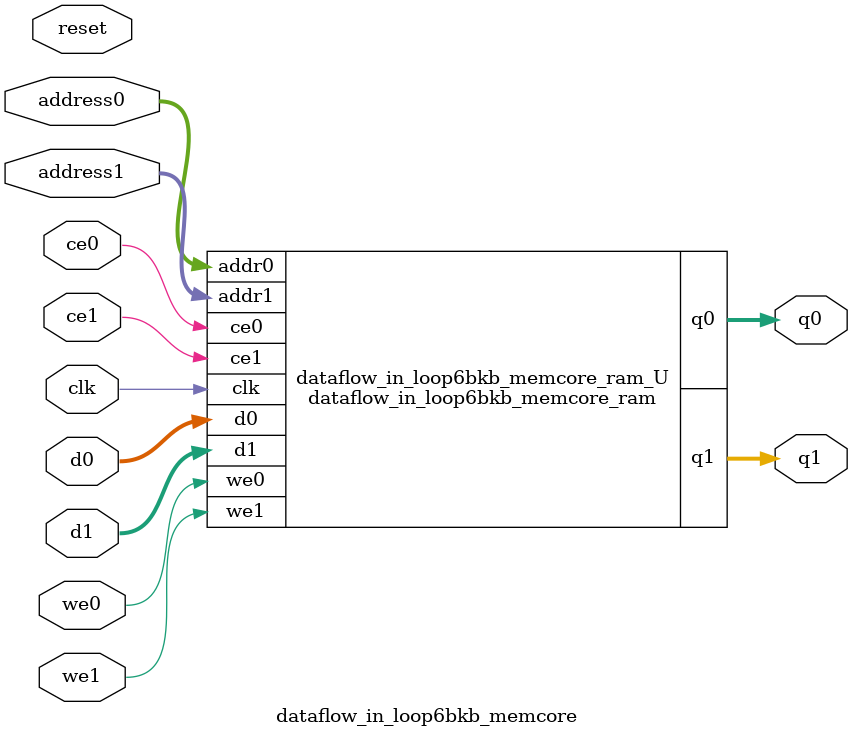
<source format=v>

`timescale 1 ns / 1 ps
module dataflow_in_loop6bkb_memcore_ram (addr0, ce0, d0, we0, q0, addr1, ce1, d1, we1, q1,  clk);

parameter DWIDTH = 64;
parameter AWIDTH = 10;
parameter MEM_SIZE = 1024;

input[AWIDTH-1:0] addr0;
input ce0;
input[DWIDTH-1:0] d0;
input we0;
output reg[DWIDTH-1:0] q0;
input[AWIDTH-1:0] addr1;
input ce1;
input[DWIDTH-1:0] d1;
input we1;
output reg[DWIDTH-1:0] q1;
input clk;

(* ram_style = "block" *)reg [DWIDTH-1:0] ram[0:MEM_SIZE-1];




always @(posedge clk)  
begin 
    if (ce0) 
    begin
        if (we0) 
        begin 
            ram[addr0] <= d0; 
            q0 <= d0;
        end 
        else 
            q0 <= ram[addr0];
    end
end


always @(posedge clk)  
begin 
    if (ce1) 
    begin
        if (we1) 
        begin 
            ram[addr1] <= d1; 
            q1 <= d1;
        end 
        else 
            q1 <= ram[addr1];
    end
end


endmodule


`timescale 1 ns / 1 ps
module dataflow_in_loop6bkb_memcore(
    reset,
    clk,
    address0,
    ce0,
    we0,
    d0,
    q0,
    address1,
    ce1,
    we1,
    d1,
    q1);

parameter DataWidth = 32'd64;
parameter AddressRange = 32'd1024;
parameter AddressWidth = 32'd10;
input reset;
input clk;
input[AddressWidth - 1:0] address0;
input ce0;
input we0;
input[DataWidth - 1:0] d0;
output[DataWidth - 1:0] q0;
input[AddressWidth - 1:0] address1;
input ce1;
input we1;
input[DataWidth - 1:0] d1;
output[DataWidth - 1:0] q1;



dataflow_in_loop6bkb_memcore_ram dataflow_in_loop6bkb_memcore_ram_U(
    .clk( clk ),
    .addr0( address0 ),
    .ce0( ce0 ),
    .we0( we0 ),
    .d0( d0 ),
    .q0( q0 ),
    .addr1( address1 ),
    .ce1( ce1 ),
    .we1( we1 ),
    .d1( d1 ),
    .q1( q1 ));

endmodule


</source>
